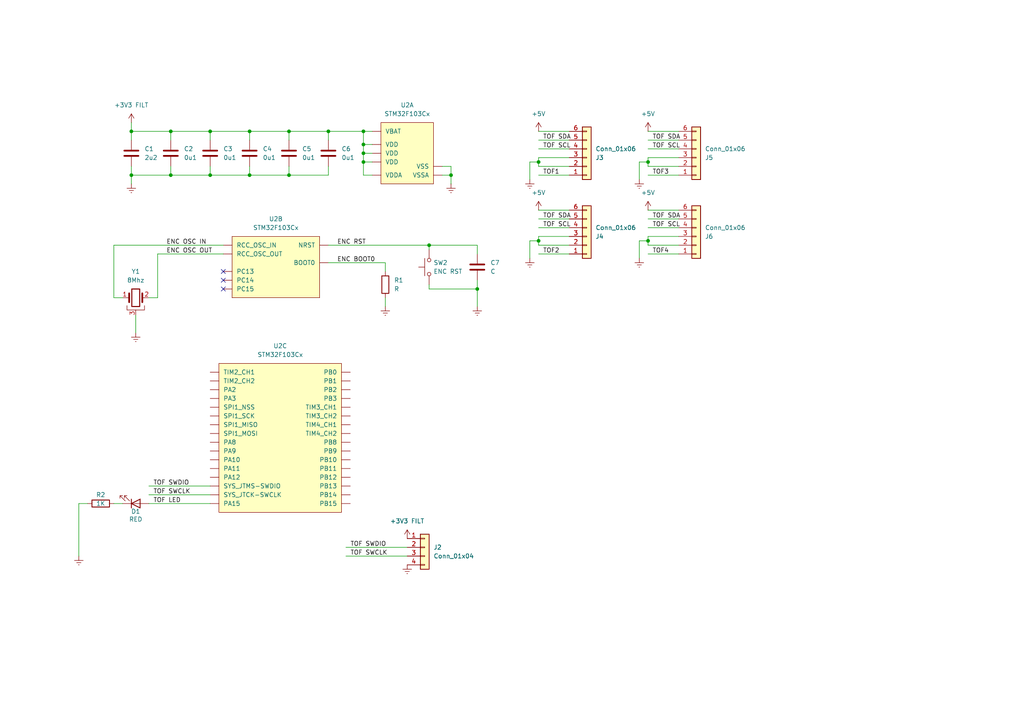
<source format=kicad_sch>
(kicad_sch (version 20231120) (generator "eeschema") (generator_version "8.0")
  (paper "A4")
  (lib_symbols
    (symbol "Connector_Generic:Conn_01x04" (pin_names (offset 1.016) hide)
      (property "Reference" "J" (at 0 5.08 0))
      (property "Value" "Conn_01x04" (at 0 -7.62 0))
      (symbol "Conn_01x04_1_1"
        (rectangle (start -1.27 -4.953) (end 0 -5.207) (stroke (width 0.1524)))
        (rectangle (start -1.27 -2.413) (end 0 -2.667) (stroke (width 0.1524)))
        (rectangle (start -1.27 0.127) (end 0 -0.127) (stroke (width 0.1524)))
        (rectangle (start -1.27 2.667) (end 0 2.413) (stroke (width 0.1524)))
        (rectangle (start -1.27 3.81) (end 1.27 -6.35) (stroke (width 0.254)) (fill (type background)))
        (pin passive line (at -5.08 2.54 0) (length 3.81) (name "Pin_1") (number "1"))
        (pin passive line (at -5.08 0 0) (length 3.81) (name "Pin_2") (number "2"))
        (pin passive line (at -5.08 -2.54 0) (length 3.81) (name "Pin_3") (number "3"))
        (pin passive line (at -5.08 -5.08 0) (length 3.81) (name "Pin_4") (number "4"))
      )
    )
    (symbol "Connector_Generic:Conn_01x06" (pin_names (offset 1.016) hide)
      (property "Reference" "J" (at 0 7.62 0))
      (property "Value" "Conn_01x06" (at 0 -10.16 0))
      (symbol "Conn_01x06_1_1"
        (rectangle (start -1.27 -7.493) (end 0 -7.747) (stroke (width 0.1524)))
        (rectangle (start -1.27 -4.953) (end 0 -5.207) (stroke (width 0.1524)))
        (rectangle (start -1.27 -2.413) (end 0 -2.667) (stroke (width 0.1524)))
        (rectangle (start -1.27 0.127) (end 0 -0.127) (stroke (width 0.1524)))
        (rectangle (start -1.27 2.667) (end 0 2.413) (stroke (width 0.1524)))
        (rectangle (start -1.27 5.207) (end 0 4.953) (stroke (width 0.1524)))
        (rectangle (start -1.27 6.35) (end 1.27 -8.89) (stroke (width 0.254)) (fill (type background)))
        (pin passive line (at -5.08 5.08 0) (length 3.81) (name "Pin_1") (number "1"))
        (pin passive line (at -5.08 2.54 0) (length 3.81) (name "Pin_2") (number "2"))
        (pin passive line (at -5.08 0 0) (length 3.81) (name "Pin_3") (number "3"))
        (pin passive line (at -5.08 -2.54 0) (length 3.81) (name "Pin_4") (number "4"))
        (pin passive line (at -5.08 -5.08 0) (length 3.81) (name "Pin_5") (number "5"))
        (pin passive line (at -5.08 -7.62 0) (length 3.81) (name "Pin_6") (number "6"))
      )
    )
    (symbol "Device:C" (pin_numbers hide) (pin_names (offset 0.254))
      (property "Reference" "C" (at 0.635 2.54 0))
      (property "Value" "C" (at 0.635 -2.54 0))
      (symbol "C_0_1"
        (polyline (pts (xy -2.032 -0.762) (xy 2.032 -0.762)) (stroke (width 0.508)))
        (polyline (pts (xy -2.032 0.762) (xy 2.032 0.762)) (stroke (width 0.508)))
      )
      (symbol "C_1_1"
        (pin passive line (at 0 3.81 270) (length 2.794) (name "~") (number "1"))
        (pin passive line (at 0 -3.81 90) (length 2.794) (name "~") (number "2"))
      )
    )
    (symbol "Device:Crystal_GND3" (pin_names (offset 1.016) hide)
      (property "Reference" "Y" (at 0 5.715 0))
      (property "Value" "Crystal_GND3" (at 0 3.81 0))
      (symbol "Crystal_GND3_0_1"
        (rectangle (start -1.143 2.54) (end 1.143 -2.54) (stroke (width 0.3048)))
        (polyline (pts (xy -2.54 0) (xy -1.905 0)))
        (polyline (pts (xy -1.905 -1.27) (xy -1.905 1.27)) (stroke (width 0.508)))
        (polyline (pts (xy 0 -3.81) (xy 0 -3.556)))
        (polyline (pts (xy 1.905 0) (xy 2.54 0)))
        (polyline (pts (xy 1.905 1.27) (xy 1.905 -1.27)) (stroke (width 0.508)))
        (polyline (pts (xy -2.54 -2.286) (xy -2.54 -3.556) (xy 2.54 -3.556) (xy 2.54 -2.286)))
      )
      (symbol "Crystal_GND3_1_1"
        (pin passive line (at -3.81 0 0) (length 1.27) (name "1") (number "1"))
        (pin passive line (at 3.81 0 180) (length 1.27) (name "2") (number "2"))
        (pin passive line (at 0 -5.08 90) (length 1.27) (name "3") (number "3"))
      )
    )
    (symbol "Device:LED" (pin_numbers hide) (pin_names (offset 1.016) hide)
      (property "Reference" "D" (at 0 2.54 0))
      (property "Value" "LED" (at 0 -2.54 0))
      (symbol "LED_0_1"
        (polyline (pts (xy -1.27 -1.27) (xy -1.27 1.27)) (stroke (width 0.254)))
        (polyline (pts (xy -1.27 0) (xy 1.27 0)))
        (polyline (pts (xy 1.27 -1.27) (xy 1.27 1.27) (xy -1.27 0) (xy 1.27 -1.27)) (stroke (width 0.254)))
        (polyline (pts (xy -3.048 -0.762) (xy -4.572 -2.286) (xy -3.81 -2.286) (xy -4.572 -2.286) (xy -4.572 -1.524)))
        (polyline (pts (xy -1.778 -0.762) (xy -3.302 -2.286) (xy -2.54 -2.286) (xy -3.302 -2.286) (xy -3.302 -1.524)))
      )
      (symbol "LED_1_1"
        (pin passive line (at -3.81 0 0) (length 2.54) (name "K") (number "1"))
        (pin passive line (at 3.81 0 180) (length 2.54) (name "A") (number "2"))
      )
    )
    (symbol "Device:R" (pin_numbers hide) (pin_names (offset 0))
      (property "Reference" "R" (at 2.032 0 90))
      (property "Value" "R" (at 0 0 90))
      (symbol "R_0_1"
        (rectangle (start -1.016 -2.54) (end 1.016 2.54) (stroke (width 0.254)))
      )
      (symbol "R_1_1"
        (pin passive line (at 0 3.81 270) (length 1.27) (name "~") (number "1"))
        (pin passive line (at 0 -3.81 90) (length 1.27) (name "~") (number "2"))
      )
    )
    (symbol "STM32F103Cx_1" (pin_numbers hide) (pin_names (offset 1.27))
      (property "Reference" "U" (at 0 1.778 0))
      (property "Value" "STM32F103Cx" (at 9.144 1.778 0))
      (symbol "STM32F103Cx_1_1_1"
        (rectangle (start -7.62 0) (end 7.62 -17.78) (fill (type background)))
        (pin power_in line (at -10.16 -2.54 0) (length 2.54) (name "VBAT") (number "1"))
        (pin power_in line (at 10.16 -12.7 180) (length 2.54) (name "VSS") (number "23"))
        (pin power_in line (at -10.16 -11.43 0) (length 2.54) (name "VDD") (number "24"))
        (pin passive line (at 10.16 -12.7 180) (length 2.54) hide (name "VSS") (number "35"))
        (pin power_in line (at -10.16 -8.89 0) (length 2.54) (name "VDD") (number "36"))
        (pin passive line (at 10.16 -12.7 180) (length 2.54) hide (name "VSS") (number "47"))
        (pin power_in line (at -10.16 -6.35 0) (length 2.54) (name "VDD") (number "48"))
        (pin power_in line (at 10.16 -15.24 180) (length 2.54) (name "VSSA") (number "8"))
        (pin power_in line (at -10.16 -15.24 0) (length 2.54) (name "VDDA") (number "9"))
      )
      (symbol "STM32F103Cx_1_2_1"
        (rectangle (start -12.7 0) (end 12.7 -17.78) (fill (type background)))
        (pin bidirectional line (at -15.24 -10.16 0) (length 2.54) (name "PC13") (number "2"))
        (pin bidirectional line (at -15.24 -12.7 0) (length 2.54) (name "PC14") (number "3"))
        (pin bidirectional line (at -15.24 -15.24 0) (length 2.54) (name "PC15") (number "4"))
        (pin input line (at 15.24 -7.62 180) (length 2.54) (name "BOOT0") (number "44"))
        (pin bidirectional line (at -15.24 -2.54 0) (length 2.54) (name "PD0") (number "5") (alternate "RCC_OSC_IN" bidirectional line))
        (pin bidirectional line (at -15.24 -5.08 0) (length 2.54) (name "PD1") (number "6") (alternate "RCC_OSC_OUT" bidirectional line))
        (pin input line (at 15.24 -2.54 180) (length 2.54) (name "NRST") (number "7"))
      )
      (symbol "STM32F103Cx_1_3_1"
        (rectangle (start -17.78 0) (end 17.78 -43.18) (fill (type background)))
        (pin bidirectional line (at -20.32 -2.54 0) (length 2.54) (name "PA0") (number "10") (alternate "TIM2_CH1" bidirectional line))
        (pin bidirectional line (at -20.32 -5.08 0) (length 2.54) (name "PA1") (number "11") (alternate "TIM2_CH2" bidirectional line))
        (pin bidirectional line (at -20.32 -7.62 0) (length 2.54) (name "PA2") (number "12"))
        (pin bidirectional line (at -20.32 -10.16 0) (length 2.54) (name "PA3") (number "13"))
        (pin bidirectional line (at -20.32 -12.7 0) (length 2.54) (name "PA4") (number "14") (alternate "SPI1_NSS" bidirectional line))
        (pin bidirectional line (at -20.32 -15.24 0) (length 2.54) (name "PA5") (number "15") (alternate "SPI1_SCK" bidirectional line))
        (pin bidirectional line (at -20.32 -17.78 0) (length 2.54) (name "PA6") (number "16") (alternate "SPI1_MISO" bidirectional line) (alternate "TIM3_CH1" bidirectional line))
        (pin bidirectional line (at -20.32 -20.32 0) (length 2.54) (name "PA7") (number "17") (alternate "SPI1_MOSI" bidirectional line) (alternate "TIM3_CH2" bidirectional line))
        (pin bidirectional line (at 20.32 -2.54 180) (length 2.54) (name "PB0") (number "18"))
        (pin bidirectional line (at 20.32 -5.08 180) (length 2.54) (name "PB1") (number "19"))
        (pin bidirectional line (at 20.32 -7.62 180) (length 2.54) (name "PB2") (number "20"))
        (pin bidirectional line (at 20.32 -27.94 180) (length 2.54) (name "PB10") (number "21"))
        (pin bidirectional line (at 20.32 -30.48 180) (length 2.54) (name "PB11") (number "22"))
        (pin bidirectional line (at 20.32 -33.02 180) (length 2.54) (name "PB12") (number "25"))
        (pin bidirectional line (at 20.32 -35.56 180) (length 2.54) (name "PB13") (number "26"))
        (pin bidirectional line (at 20.32 -38.1 180) (length 2.54) (name "PB14") (number "27"))
        (pin bidirectional line (at 20.32 -40.64 180) (length 2.54) (name "PB15") (number "28"))
        (pin bidirectional line (at -20.32 -22.86 0) (length 2.54) (name "PA8") (number "29") (alternate "" input line) (alternate "" input line))
        (pin bidirectional line (at -20.32 -25.4 0) (length 2.54) (name "PA9") (number "30"))
        (pin bidirectional line (at -20.32 -27.94 0) (length 2.54) (name "PA10") (number "31"))
        (pin bidirectional line (at -20.32 -30.48 0) (length 2.54) (name "PA11") (number "32"))
        (pin bidirectional line (at -20.32 -33.02 0) (length 2.54) (name "PA12") (number "33"))
        (pin bidirectional line (at -20.32 -35.56 0) (length 2.54) (name "PA13") (number "34") (alternate "SYS_JTMS-SWDIO" bidirectional line))
        (pin bidirectional line (at -20.32 -38.1 0) (length 2.54) (name "PA14") (number "37") (alternate "SYS_JTCK-SWCLK" bidirectional line))
        (pin bidirectional line (at -20.32 -40.64 0) (length 2.54) (name "PA15") (number "38") (alternate "SPI1_NSS" bidirectional line) (alternate "TIM2_CH1" bidirectional line))
        (pin bidirectional line (at 20.32 -10.16 180) (length 2.54) (name "PB3") (number "39") (alternate "SPI1_SCK" bidirectional line) (alternate "TIM2_CH2" bidirectional line))
        (pin bidirectional line (at 20.32 -12.7 180) (length 2.54) (name "PB4") (number "40") (alternate "SPI1_MISO" bidirectional line) (alternate "TIM3_CH1" bidirectional line))
        (pin bidirectional line (at 20.32 -15.24 180) (length 2.54) (name "PB5") (number "41") (alternate "SPI1_MOSI" bidirectional line) (alternate "TIM3_CH2" bidirectional line))
        (pin bidirectional line (at 20.32 -17.78 180) (length 2.54) (name "PB6") (number "42") (alternate "" input line) (alternate "TIM4_CH1" bidirectional line))
        (pin bidirectional line (at 20.32 -20.32 180) (length 2.54) (name "PB7") (number "43") (alternate "" input line) (alternate "TIM4_CH2" bidirectional line))
        (pin bidirectional line (at 20.32 -22.86 180) (length 2.54) (name "PB8") (number "45"))
        (pin bidirectional line (at 20.32 -25.4 180) (length 2.54) (name "PB9") (number "46"))
      )
    )
    (symbol "STM32F103Cx_2" (pin_numbers hide) (pin_names (offset 1.27))
      (property "Reference" "U" (at 0 1.778 0))
      (property "Value" "STM32F103Cx" (at 9.144 1.778 0))
      (symbol "STM32F103Cx_2_1_1"
        (rectangle (start -7.62 0) (end 7.62 -17.78) (fill (type background)))
        (pin power_in line (at -10.16 -2.54 0) (length 2.54) (name "VBAT") (number "1"))
        (pin power_in line (at 10.16 -12.7 180) (length 2.54) (name "VSS") (number "23"))
        (pin power_in line (at -10.16 -11.43 0) (length 2.54) (name "VDD") (number "24"))
        (pin passive line (at 10.16 -12.7 180) (length 2.54) hide (name "VSS") (number "35"))
        (pin power_in line (at -10.16 -8.89 0) (length 2.54) (name "VDD") (number "36"))
        (pin passive line (at 10.16 -12.7 180) (length 2.54) hide (name "VSS") (number "47"))
        (pin power_in line (at -10.16 -6.35 0) (length 2.54) (name "VDD") (number "48"))
        (pin passive line (at 10.16 -12.7 180) (length 2.54) hide (name "EP") (number "49"))
        (pin power_in line (at 10.16 -15.24 180) (length 2.54) (name "VSSA") (number "8"))
        (pin power_in line (at -10.16 -15.24 0) (length 2.54) (name "VDDA") (number "9"))
      )
      (symbol "STM32F103Cx_2_2_1"
        (rectangle (start -12.7 0) (end 12.7 -17.78) (fill (type background)))
        (pin bidirectional line (at -15.24 -10.16 0) (length 2.54) (name "PC13") (number "2"))
        (pin bidirectional line (at -15.24 -12.7 0) (length 2.54) (name "PC14") (number "3"))
        (pin bidirectional line (at -15.24 -15.24 0) (length 2.54) (name "PC15") (number "4"))
        (pin input line (at 15.24 -7.62 180) (length 2.54) (name "BOOT0") (number "44"))
        (pin bidirectional line (at -15.24 -2.54 0) (length 2.54) (name "PD0") (number "5") (alternate "RCC_OSC_IN" bidirectional line))
        (pin bidirectional line (at -15.24 -5.08 0) (length 2.54) (name "PD1") (number "6") (alternate "RCC_OSC_OUT" bidirectional line))
        (pin input line (at 15.24 -2.54 180) (length 2.54) (name "NRST") (number "7"))
      )
      (symbol "STM32F103Cx_2_3_1"
        (rectangle (start -17.78 0) (end 17.78 -43.18) (fill (type background)))
        (pin bidirectional line (at -20.32 -2.54 0) (length 2.54) (name "PA0") (number "10") (alternate "TIM2_CH1" bidirectional line))
        (pin bidirectional line (at -20.32 -5.08 0) (length 2.54) (name "PA1") (number "11") (alternate "TIM2_CH2" bidirectional line))
        (pin bidirectional line (at -20.32 -7.62 0) (length 2.54) (name "PA2") (number "12"))
        (pin bidirectional line (at -20.32 -10.16 0) (length 2.54) (name "PA3") (number "13"))
        (pin bidirectional line (at -20.32 -12.7 0) (length 2.54) (name "PA4") (number "14") (alternate "SPI1_NSS" bidirectional line))
        (pin bidirectional line (at -20.32 -15.24 0) (length 2.54) (name "PA5") (number "15") (alternate "SPI1_SCK" bidirectional line))
        (pin bidirectional line (at -20.32 -17.78 0) (length 2.54) (name "PA6") (number "16") (alternate "SPI1_MISO" bidirectional line) (alternate "TIM3_CH1" bidirectional line))
        (pin bidirectional line (at -20.32 -20.32 0) (length 2.54) (name "PA7") (number "17") (alternate "SPI1_MOSI" bidirectional line) (alternate "TIM3_CH2" bidirectional line))
        (pin bidirectional line (at 20.32 -2.54 180) (length 2.54) (name "PB0") (number "18"))
        (pin bidirectional line (at 20.32 -5.08 180) (length 2.54) (name "PB1") (number "19"))
        (pin bidirectional line (at 20.32 -7.62 180) (length 2.54) (name "PB2") (number "20"))
        (pin bidirectional line (at 20.32 -27.94 180) (length 2.54) (name "PB10") (number "21"))
        (pin bidirectional line (at 20.32 -30.48 180) (length 2.54) (name "PB11") (number "22"))
        (pin bidirectional line (at 20.32 -33.02 180) (length 2.54) (name "PB12") (number "25"))
        (pin bidirectional line (at 20.32 -35.56 180) (length 2.54) (name "PB13") (number "26"))
        (pin bidirectional line (at 20.32 -38.1 180) (length 2.54) (name "PB14") (number "27"))
        (pin bidirectional line (at 20.32 -40.64 180) (length 2.54) (name "PB15") (number "28"))
        (pin bidirectional line (at -20.32 -22.86 0) (length 2.54) (name "PA8") (number "29"))
        (pin bidirectional line (at -20.32 -25.4 0) (length 2.54) (name "PA9") (number "30"))
        (pin bidirectional line (at -20.32 -27.94 0) (length 2.54) (name "PA10") (number "31"))
        (pin bidirectional line (at -20.32 -30.48 0) (length 2.54) (name "PA11") (number "32"))
        (pin bidirectional line (at -20.32 -33.02 0) (length 2.54) (name "PA12") (number "33"))
        (pin bidirectional line (at -20.32 -35.56 0) (length 2.54) (name "PA13") (number "34") (alternate "SYS_JTMS-SWDIO" bidirectional line))
        (pin bidirectional line (at -20.32 -38.1 0) (length 2.54) (name "PA14") (number "37") (alternate "SYS_JTCK-SWCLK" bidirectional line))
        (pin bidirectional line (at -20.32 -40.64 0) (length 2.54) (name "PA15") (number "38") (alternate "SPI1_NSS" bidirectional line) (alternate "TIM2_CH1" bidirectional line))
        (pin bidirectional line (at 20.32 -10.16 180) (length 2.54) (name "PB3") (number "39") (alternate "SPI1_SCK" bidirectional line) (alternate "TIM2_CH2" bidirectional line))
        (pin bidirectional line (at 20.32 -12.7 180) (length 2.54) (name "PB4") (number "40") (alternate "SPI1_MISO" bidirectional line) (alternate "TIM3_CH1" bidirectional line))
        (pin bidirectional line (at 20.32 -15.24 180) (length 2.54) (name "PB5") (number "41") (alternate "SPI1_MOSI" bidirectional line) (alternate "TIM3_CH2" bidirectional line))
        (pin bidirectional line (at 20.32 -17.78 180) (length 2.54) (name "PB6") (number "42") (alternate "TIM4_CH1" bidirectional line))
        (pin bidirectional line (at 20.32 -20.32 180) (length 2.54) (name "PB7") (number "43") (alternate "TIM4_CH2" bidirectional line))
        (pin bidirectional line (at 20.32 -22.86 180) (length 2.54) (name "PB8") (number "45"))
        (pin bidirectional line (at 20.32 -25.4 180) (length 2.54) (name "PB9") (number "46"))
      )
    )
    (symbol "Switch:SW_Push" (pin_numbers hide) (pin_names (offset 1.016) hide)
      (property "Reference" "SW" (at 1.27 2.54 0))
      (property "Value" "SW_Push" (at 0 -1.524 0))
      (symbol "SW_Push_0_1"
        (circle (center -2.032 0) (radius 0.508))
        (polyline (pts (xy 0 1.27) (xy 0 3.048)))
        (polyline (pts (xy 2.54 1.27) (xy -2.54 1.27)))
        (circle (center 2.032 0) (radius 0.508))
        (pin passive line (at -5.08 0 0) (length 2.54) (name "1") (number "1"))
        (pin passive line (at 5.08 0 180) (length 2.54) (name "2") (number "2"))
      )
    )
    (symbol "power:+3V3" (power) (pin_numbers hide) (pin_names (offset 0) hide)
      (property "Value" "+3V3" (at 0 3.556 0))
      (symbol "+3V3_0_1"
        (polyline (pts (xy -0.762 1.27) (xy 0 2.54)))
        (polyline (pts (xy 0 0) (xy 0 2.54)))
        (polyline (pts (xy 0 2.54) (xy 0.762 1.27)))
      )
      (symbol "+3V3_1_1"
        (pin power_in line (at 0 0 90) (length 0) (name "~") (number "1"))
      )
    )
    (symbol "power:+5V" (power) (pin_numbers hide) (pin_names (offset 0) hide)
      (property "Value" "+5V" (at 0 3.556 0))
      (symbol "+5V_0_1"
        (polyline (pts (xy -0.762 1.27) (xy 0 2.54)))
        (polyline (pts (xy 0 0) (xy 0 2.54)))
        (polyline (pts (xy 0 2.54) (xy 0.762 1.27)))
      )
      (symbol "+5V_1_1"
        (pin power_in line (at 0 0 90) (length 0) (name "~") (number "1"))
      )
    )
    (symbol "power:GNDREF" (power) (pin_numbers hide) (pin_names (offset 0) hide)
      (property "Value" "GNDREF" (at 0 -3.81 0))
      (symbol "GNDREF_0_1"
        (polyline (pts (xy -0.635 -1.905) (xy 0.635 -1.905)))
        (polyline (pts (xy -0.127 -2.54) (xy 0.127 -2.54)))
        (polyline (pts (xy 0 -1.27) (xy 0 0)))
        (polyline (pts (xy 1.27 -1.27) (xy -1.27 -1.27)))
      )
      (symbol "GNDREF_1_1"
        (pin power_in line (at 0 0 270) (length 0) (name "~") (number "1"))
      )
    )
    (symbol "vincent:STM32F103Cx" (pin_numbers hide) (pin_names (offset 1.27))
      (property "Reference" "U" (at 0 1.778 0))
      (property "Value" "STM32F103Cx" (at 9.144 1.778 0))
      (symbol "STM32F103Cx_1_1"
        (rectangle (start -7.62 0) (end 7.62 -17.78) (fill (type background)))
        (pin power_in line (at -10.16 -2.54 0) (length 2.54) (name "VBAT") (number "1"))
        (pin power_in line (at 10.16 -12.7 180) (length 2.54) (name "VSS") (number "23"))
        (pin power_in line (at -10.16 -11.43 0) (length 2.54) (name "VDD") (number "24"))
        (pin passive line (at 10.16 -12.7 180) (length 2.54) hide (name "VSS") (number "35"))
        (pin power_in line (at -10.16 -8.89 0) (length 2.54) (name "VDD") (number "36"))
        (pin passive line (at 10.16 -12.7 180) (length 2.54) hide (name "VSS") (number "47"))
        (pin power_in line (at -10.16 -6.35 0) (length 2.54) (name "VDD") (number "48"))
        (pin power_in line (at 10.16 -15.24 180) (length 2.54) (name "VSSA") (number "8"))
        (pin power_in line (at -10.16 -15.24 0) (length 2.54) (name "VDDA") (number "9"))
      )
      (symbol "STM32F103Cx_2_1"
        (rectangle (start -12.7 0) (end 12.7 -17.78) (fill (type background)))
        (pin bidirectional line (at -15.24 -10.16 0) (length 2.54) (name "PC13") (number "2"))
        (pin bidirectional line (at -15.24 -12.7 0) (length 2.54) (name "PC14") (number "3"))
        (pin bidirectional line (at -15.24 -15.24 0) (length 2.54) (name "PC15") (number "4"))
        (pin input line (at 15.24 -7.62 180) (length 2.54) (name "BOOT0") (number "44"))
        (pin bidirectional line (at -15.24 -2.54 0) (length 2.54) (name "PD0") (number "5") (alternate "RCC_OSC_IN" bidirectional line))
        (pin bidirectional line (at -15.24 -5.08 0) (length 2.54) (name "PD1") (number "6") (alternate "RCC_OSC_OUT" bidirectional line))
        (pin input line (at 15.24 -2.54 180) (length 2.54) (name "NRST") (number "7"))
      )
      (symbol "STM32F103Cx_3_1"
        (rectangle (start -17.78 0) (end 17.78 -43.18) (fill (type background)))
        (pin bidirectional line (at -20.32 -2.54 0) (length 2.54) (name "PA0") (number "10") (alternate "TIM2_CH1" bidirectional line))
        (pin bidirectional line (at -20.32 -5.08 0) (length 2.54) (name "PA1") (number "11") (alternate "TIM2_CH2" bidirectional line))
        (pin bidirectional line (at -20.32 -7.62 0) (length 2.54) (name "PA2") (number "12"))
        (pin bidirectional line (at -20.32 -10.16 0) (length 2.54) (name "PA3") (number "13"))
        (pin bidirectional line (at -20.32 -12.7 0) (length 2.54) (name "PA4") (number "14") (alternate "SPI1_NSS" bidirectional line))
        (pin bidirectional line (at -20.32 -15.24 0) (length 2.54) (name "PA5") (number "15") (alternate "SPI1_SCK" bidirectional line))
        (pin bidirectional line (at -20.32 -17.78 0) (length 2.54) (name "PA6") (number "16") (alternate "SPI1_MISO" bidirectional line) (alternate "TIM3_CH1" bidirectional line))
        (pin bidirectional line (at -20.32 -20.32 0) (length 2.54) (name "PA7") (number "17") (alternate "SPI1_MOSI" bidirectional line) (alternate "TIM3_CH2" bidirectional line))
        (pin bidirectional line (at 20.32 -2.54 180) (length 2.54) (name "PB0") (number "18"))
        (pin bidirectional line (at 20.32 -5.08 180) (length 2.54) (name "PB1") (number "19"))
        (pin bidirectional line (at 20.32 -7.62 180) (length 2.54) (name "PB2") (number "20"))
        (pin bidirectional line (at 20.32 -27.94 180) (length 2.54) (name "PB10") (number "21"))
        (pin bidirectional line (at 20.32 -30.48 180) (length 2.54) (name "PB11") (number "22"))
        (pin bidirectional line (at 20.32 -33.02 180) (length 2.54) (name "PB12") (number "25"))
        (pin bidirectional line (at 20.32 -35.56 180) (length 2.54) (name "PB13") (number "26"))
        (pin bidirectional line (at 20.32 -38.1 180) (length 2.54) (name "PB14") (number "27"))
        (pin bidirectional line (at 20.32 -40.64 180) (length 2.54) (name "PB15") (number "28"))
        (pin bidirectional line (at -20.32 -22.86 0) (length 2.54) (name "PA8") (number "29"))
        (pin bidirectional line (at -20.32 -25.4 0) (length 2.54) (name "PA9") (number "30"))
        (pin bidirectional line (at -20.32 -27.94 0) (length 2.54) (name "PA10") (number "31"))
        (pin bidirectional line (at -20.32 -30.48 0) (length 2.54) (name "PA11") (number "32"))
        (pin bidirectional line (at -20.32 -33.02 0) (length 2.54) (name "PA12") (number "33"))
        (pin bidirectional line (at -20.32 -35.56 0) (length 2.54) (name "PA13") (number "34") (alternate "SYS_JTMS-SWDIO" bidirectional line))
        (pin bidirectional line (at -20.32 -38.1 0) (length 2.54) (name "PA14") (number "37") (alternate "SYS_JTCK-SWCLK" bidirectional line))
        (pin bidirectional line (at -20.32 -40.64 0) (length 2.54) (name "PA15") (number "38") (alternate "SPI1_NSS" bidirectional line) (alternate "TIM2_CH1" bidirectional line))
        (pin bidirectional line (at 20.32 -10.16 180) (length 2.54) (name "PB3") (number "39") (alternate "SPI1_SCK" bidirectional line) (alternate "TIM2_CH2" bidirectional line))
        (pin bidirectional line (at 20.32 -12.7 180) (length 2.54) (name "PB4") (number "40") (alternate "SPI1_MISO" bidirectional line) (alternate "TIM3_CH1" bidirectional line))
        (pin bidirectional line (at 20.32 -15.24 180) (length 2.54) (name "PB5") (number "41") (alternate "SPI1_MOSI" bidirectional line) (alternate "TIM3_CH2" bidirectional line))
        (pin bidirectional line (at 20.32 -17.78 180) (length 2.54) (name "PB6") (number "42") (alternate "TIM4_CH1" bidirectional line))
        (pin bidirectional line (at 20.32 -20.32 180) (length 2.54) (name "PB7") (number "43") (alternate "TIM4_CH2" bidirectional line))
        (pin bidirectional line (at 20.32 -22.86 180) (length 2.54) (name "PB8") (number "45"))
        (pin bidirectional line (at 20.32 -25.4 180) (length 2.54) (name "PB9") (number "46"))
      )
    )
  )
  (junction (at 60.96 38.1))
  (junction (at 38.1 50.8))
  (junction (at 38.1 38.1))
  (junction (at 49.53 50.8))
  (junction (at 83.82 50.8))
  (junction (at 105.41 41.91))
  (junction (at 105.41 46.99))
  (junction (at 156.21 69.85))
  (junction (at 105.41 44.45))
  (junction (at 187.96 69.85))
  (junction (at 72.39 38.1))
  (junction (at 72.39 50.8))
  (junction (at 105.41 38.1))
  (junction (at 49.53 38.1))
  (junction (at 138.43 83.82))
  (junction (at 83.82 38.1))
  (junction (at 187.96 46.99))
  (junction (at 95.25 38.1))
  (junction (at 60.96 50.8))
  (junction (at 156.21 46.99))
  (junction (at 130.81 50.8))
  (junction (at 124.46 71.12))
  (no_connect (at 64.77 83.82))
  (no_connect (at 64.77 78.74))
  (no_connect (at 64.77 81.28))
  (wire (pts (xy 105.41 41.91) (xy 105.41 44.45)))
  (wire (pts (xy 38.1 35.56) (xy 38.1 38.1)))
  (wire (pts (xy 35.56 146.05) (xy 33.02 146.05)))
  (wire (pts (xy 95.25 38.1) (xy 105.41 38.1)))
  (wire (pts (xy 187.96 38.1) (xy 196.85 38.1)))
  (wire (pts (xy 124.46 71.12) (xy 138.43 71.12)))
  (wire (pts (xy 165.1 68.58) (xy 156.21 68.58)))
  (wire (pts (xy 138.43 71.12) (xy 138.43 73.66)))
  (wire (pts (xy 38.1 50.8) (xy 49.53 50.8)))
  (wire (pts (xy 72.39 48.26) (xy 72.39 50.8)))
  (wire (pts (xy 156.21 66.04) (xy 165.1 66.04)))
  (wire (pts (xy 95.25 38.1) (xy 95.25 40.64)))
  (wire (pts (xy 72.39 50.8) (xy 83.82 50.8)))
  (wire (pts (xy 64.77 73.66) (xy 45.72 73.66)))
  (wire (pts (xy 60.96 48.26) (xy 60.96 50.8)))
  (wire (pts (xy 124.46 71.12) (xy 124.46 72.39)))
  (wire (pts (xy 156.21 43.18) (xy 165.1 43.18)))
  (wire (pts (xy 196.85 45.72) (xy 187.96 45.72)))
  (wire (pts (xy 95.25 76.2) (xy 111.76 76.2)))
  (wire (pts (xy 49.53 48.26) (xy 49.53 50.8)))
  (wire (pts (xy 156.21 48.26) (xy 165.1 48.26)))
  (wire (pts (xy 38.1 50.8) (xy 38.1 53.34)))
  (wire (pts (xy 43.18 86.36) (xy 45.72 86.36)))
  (wire (pts (xy 33.02 71.12) (xy 64.77 71.12)))
  (wire (pts (xy 130.81 50.8) (xy 130.81 53.34)))
  (wire (pts (xy 156.21 38.1) (xy 165.1 38.1)))
  (wire (pts (xy 128.27 48.26) (xy 130.81 48.26)))
  (wire (pts (xy 83.82 48.26) (xy 83.82 50.8)))
  (wire (pts (xy 43.18 140.97) (xy 60.96 140.97)))
  (wire (pts (xy 187.96 45.72) (xy 187.96 46.99)))
  (wire (pts (xy 33.02 71.12) (xy 33.02 86.36)))
  (wire (pts (xy 95.25 71.12) (xy 124.46 71.12)))
  (wire (pts (xy 105.41 41.91) (xy 107.95 41.91)))
  (wire (pts (xy 185.42 69.85) (xy 185.42 74.93)))
  (wire (pts (xy 38.1 48.26) (xy 38.1 50.8)))
  (wire (pts (xy 45.72 73.66) (xy 45.72 86.36)))
  (wire (pts (xy 156.21 63.5) (xy 165.1 63.5)))
  (wire (pts (xy 196.85 68.58) (xy 187.96 68.58)))
  (wire (pts (xy 60.96 38.1) (xy 72.39 38.1)))
  (wire (pts (xy 38.1 38.1) (xy 38.1 40.64)))
  (wire (pts (xy 60.96 38.1) (xy 60.96 40.64)))
  (wire (pts (xy 105.41 44.45) (xy 105.41 46.99)))
  (wire (pts (xy 72.39 38.1) (xy 72.39 40.64)))
  (wire (pts (xy 83.82 38.1) (xy 83.82 40.64)))
  (wire (pts (xy 187.96 66.04) (xy 196.85 66.04)))
  (wire (pts (xy 38.1 38.1) (xy 49.53 38.1)))
  (wire (pts (xy 156.21 69.85) (xy 153.67 69.85)))
  (wire (pts (xy 25.4 146.05) (xy 22.86 146.05)))
  (wire (pts (xy 138.43 81.28) (xy 138.43 83.82)))
  (wire (pts (xy 107.95 38.1) (xy 105.41 38.1)))
  (wire (pts (xy 49.53 38.1) (xy 49.53 40.64)))
  (wire (pts (xy 156.21 40.64) (xy 165.1 40.64)))
  (wire (pts (xy 187.96 46.99) (xy 187.96 48.26)))
  (wire (pts (xy 187.96 40.64) (xy 196.85 40.64)))
  (wire (pts (xy 72.39 38.1) (xy 83.82 38.1)))
  (wire (pts (xy 156.21 68.58) (xy 156.21 69.85)))
  (wire (pts (xy 111.76 86.36) (xy 111.76 88.9)))
  (wire (pts (xy 187.96 43.18) (xy 196.85 43.18)))
  (wire (pts (xy 156.21 71.12) (xy 165.1 71.12)))
  (wire (pts (xy 49.53 38.1) (xy 60.96 38.1)))
  (wire (pts (xy 156.21 46.99) (xy 153.67 46.99)))
  (wire (pts (xy 187.96 71.12) (xy 196.85 71.12)))
  (wire (pts (xy 156.21 60.96) (xy 165.1 60.96)))
  (wire (pts (xy 156.21 45.72) (xy 156.21 46.99)))
  (wire (pts (xy 185.42 46.99) (xy 185.42 52.07)))
  (wire (pts (xy 187.96 69.85) (xy 185.42 69.85)))
  (wire (pts (xy 100.33 158.75) (xy 118.11 158.75)))
  (wire (pts (xy 187.96 50.8) (xy 196.85 50.8)))
  (wire (pts (xy 22.86 146.05) (xy 22.86 161.29)))
  (wire (pts (xy 187.96 60.96) (xy 196.85 60.96)))
  (wire (pts (xy 153.67 69.85) (xy 153.67 74.93)))
  (wire (pts (xy 100.33 161.29) (xy 118.11 161.29)))
  (wire (pts (xy 187.96 73.66) (xy 196.85 73.66)))
  (wire (pts (xy 187.96 69.85) (xy 187.96 71.12)))
  (wire (pts (xy 105.41 50.8) (xy 107.95 50.8)))
  (wire (pts (xy 105.41 46.99) (xy 105.41 50.8)))
  (wire (pts (xy 83.82 50.8) (xy 95.25 50.8)))
  (wire (pts (xy 105.41 38.1) (xy 105.41 41.91)))
  (wire (pts (xy 124.46 82.55) (xy 124.46 83.82)))
  (wire (pts (xy 187.96 68.58) (xy 187.96 69.85)))
  (wire (pts (xy 39.37 91.44) (xy 39.37 96.52)))
  (wire (pts (xy 105.41 46.99) (xy 107.95 46.99)))
  (wire (pts (xy 156.21 46.99) (xy 156.21 48.26)))
  (wire (pts (xy 43.18 146.05) (xy 60.96 146.05)))
  (wire (pts (xy 43.18 143.51) (xy 60.96 143.51)))
  (wire (pts (xy 128.27 50.8) (xy 130.81 50.8)))
  (wire (pts (xy 156.21 50.8) (xy 165.1 50.8)))
  (wire (pts (xy 187.96 48.26) (xy 196.85 48.26)))
  (wire (pts (xy 105.41 44.45) (xy 107.95 44.45)))
  (wire (pts (xy 187.96 63.5) (xy 196.85 63.5)))
  (wire (pts (xy 124.46 83.82) (xy 138.43 83.82)))
  (wire (pts (xy 83.82 38.1) (xy 95.25 38.1)))
  (wire (pts (xy 49.53 50.8) (xy 60.96 50.8)))
  (wire (pts (xy 60.96 50.8) (xy 72.39 50.8)))
  (wire (pts (xy 165.1 45.72) (xy 156.21 45.72)))
  (wire (pts (xy 156.21 73.66) (xy 165.1 73.66)))
  (wire (pts (xy 95.25 48.26) (xy 95.25 50.8)))
  (wire (pts (xy 130.81 48.26) (xy 130.81 50.8)))
  (wire (pts (xy 156.21 69.85) (xy 156.21 71.12)))
  (wire (pts (xy 138.43 83.82) (xy 138.43 88.9)))
  (wire (pts (xy 35.56 86.36) (xy 33.02 86.36)))
  (wire (pts (xy 153.67 46.99) (xy 153.67 52.07)))
  (wire (pts (xy 111.76 76.2) (xy 111.76 78.74)))
  (wire (pts (xy 187.96 46.99) (xy 185.42 46.99)))
  (label "TOF SWDIO" (at 44.45 140.97 0))
  (label "TOF SDA" (at 189.23 40.64 0))
  (label "TOF LED" (at 44.45 146.05 0))
  (label "TOF SDA" (at 157.48 40.64 0))
  (label "TOF2" (at 157.48 73.66 0))
  (label "TOF SCL" (at 157.48 43.18 0))
  (label "TOF SCL" (at 189.23 43.18 0))
  (label "TOF SWDIO" (at 101.6 158.75 0))
  (label "TOF1" (at 157.48 50.8 0))
  (label "TOF SWCLK" (at 44.45 143.51 0))
  (label "ENC BOOT0" (at 97.79 76.2 0))
  (label "TOF SCL" (at 157.48 66.04 0))
  (label "ENC OSC IN" (at 48.26 71.12 0))
  (label "TOF4" (at 189.23 73.66 0))
  (label "TOF SCL" (at 189.23 66.04 0))
  (label "ENC RST" (at 97.79 71.12 0))
  (label "TOF SWCLK" (at 101.6 161.29 0))
  (label "TOF SDA" (at 189.23 63.5 0))
  (label "ENC OSC OUT" (at 48.26 73.66 0))
  (label "TOF SDA" (at 157.48 63.5 0))
  (label "TOF3" (at 189.23 50.8 0))
  (symbol (lib_id "power:GNDREF") (at 130.81 53.34 0) (unit 1)
    (property "Reference" "#PWR06" (effects (hide yes)))
    (property "Value" "GNDREF" (effects (hide yes)))
    (property "Description" "Power symbol creates a global label with name \"GNDREF\" , reference supply ground" (effects (hide yes)))
  )
  (symbol (lib_id "power:GNDREF") (at 138.43 88.9 0) (unit 1)
    (property "Reference" "#PWR012" (effects (hide yes)))
    (property "Value" "GNDREF" (effects (hide yes)))
    (property "Description" "Power symbol creates a global label with name \"GNDREF\" , reference supply ground" (effects (hide yes)))
  )
  (symbol (lib_name "STM32F103Cx_1") (lib_id "vincent:STM32F103Cx") (at 81.28 105.41 0) (unit 3)
    (property "Reference" "U2" (at 81.28 100.33 0))
    (property "Value" "STM32F103Cx" (at 81.28 102.87 0))
    (property "Footprint" "Package_DFN_QFN:QFN-48-1EP_7x7mm_P0.5mm_EP5.6x5.6mm" (effects (hide yes)))
    (pin "16" (alternate "SPI1_MISO"))
    (pin "15" (alternate "SPI1_SCK"))
    (pin "17" (alternate "SPI1_MOSI"))
    (pin "34" (alternate "SYS_JTMS-SWDIO"))
    (pin "37" (alternate "SYS_JTCK-SWCLK"))
    (pin "10" (alternate "TIM2_CH1"))
    (pin "11" (alternate "TIM2_CH2"))
    (pin "42" (alternate "TIM4_CH1"))
    (pin "43" (alternate "TIM4_CH2"))
    (pin "29" (alternate "PA8"))
    (pin "40" (alternate "TIM3_CH1"))
    (pin "41" (alternate "TIM3_CH2"))
    (pin "14" (alternate "SPI1_NSS"))
  )
  (symbol (lib_id "Device:C") (at 60.96 44.45 0) (unit 1)
    (property "Reference" "C3" (at 64.77 43.1799 0) (effects (justify left)))
    (property "Value" "0u1" (at 64.77 45.7199 0) (effects (justify left)))
    (property "Footprint" "Library:cap0603" (effects (hide yes)))
    (property "Description" "Unpolarized capacitor" (effects (hide yes)))
  )
  (symbol (lib_id "power:GNDREF") (at 185.42 52.07 0) (unit 1)
    (property "Reference" "#PWR022" (effects (hide yes)))
    (property "Value" "GNDREF" (effects (hide yes)))
    (property "Description" "Power symbol creates a global label with name \"GNDREF\" , reference supply ground" (effects (hide yes)))
  )
  (symbol (lib_id "power:+3V3") (at 38.1 35.56 0) (unit 1)
    (property "Reference" "#PWR04" (effects (hide yes)))
    (property "Value" "+3V3 FILT" (at 38.1 30.48 0))
    (property "Description" "Power symbol creates a global label with name \"+3V3\"" (effects (hide yes)))
  )
  (symbol (lib_name "STM32F103Cx_2") (lib_id "vincent:STM32F103Cx") (at 118.11 35.56 0) (unit 1)
    (property "Reference" "U2" (at 118.11 30.48 0))
    (property "Value" "STM32F103Cx" (at 118.11 33.02 0))
    (property "Footprint" "Package_DFN_QFN:QFN-48-1EP_7x7mm_P0.5mm_EP5.6x5.6mm" (effects (hide yes)))
  )
  (symbol (lib_id "power:GNDREF") (at 153.67 52.07 0) (unit 1)
    (property "Reference" "#PWR018" (effects (hide yes)))
    (property "Value" "GNDREF" (effects (hide yes)))
    (property "Description" "Power symbol creates a global label with name \"GNDREF\" , reference supply ground" (effects (hide yes)))
  )
  (symbol (lib_id "power:+5V") (at 187.96 38.1 0) (unit 1)
    (property "Reference" "#PWR021" (effects (hide yes)))
    (property "Value" "+5V" (at 187.96 33.02 0))
    (property "Description" "Power symbol creates a global label with name \"+5V\"" (effects (hide yes)))
  )
  (symbol (lib_id "Device:C") (at 72.39 44.45 0) (unit 1)
    (property "Reference" "C4" (at 76.2 43.1799 0) (effects (justify left)))
    (property "Value" "0u1" (at 76.2 45.7199 0) (effects (justify left)))
    (property "Footprint" "Library:cap0603" (effects (hide yes)))
    (property "Description" "Unpolarized capacitor" (effects (hide yes)))
  )
  (symbol (lib_id "Connector_Generic:Conn_01x06") (at 201.93 45.72 0) (mirror x) (unit 1)
    (property "Reference" "J5" (at 204.47 45.7201 0) (effects (justify left)))
    (property "Value" "Conn_01x06" (at 204.47 43.1801 0) (effects (justify left)))
    (property "Description" "Generic connector, single row, 01x06, script generated (kicad-library-utils/schlib/autogen/connector/)" (effects (hide yes)))
  )
  (symbol (lib_id "power:+5V") (at 156.21 60.96 0) (unit 1)
    (property "Reference" "#PWR019" (effects (hide yes)))
    (property "Value" "+5V" (at 156.21 55.88 0))
    (property "Description" "Power symbol creates a global label with name \"+5V\"" (effects (hide yes)))
  )
  (symbol (lib_id "power:GNDREF") (at 153.67 74.93 0) (unit 1)
    (property "Reference" "#PWR020" (effects (hide yes)))
    (property "Value" "GNDREF" (effects (hide yes)))
    (property "Description" "Power symbol creates a global label with name \"GNDREF\" , reference supply ground" (effects (hide yes)))
  )
  (symbol (lib_id "Device:R") (at 111.76 82.55 180) (unit 1)
    (property "Reference" "R1" (at 114.3 81.2799 0) (effects (justify right)))
    (property "Value" "R" (at 114.3 83.8199 0) (effects (justify right)))
    (property "Footprint" "Library:res0603" (effects (hide yes)))
    (property "Description" "Resistor" (effects (hide yes)))
  )
  (symbol (lib_id "Device:C") (at 138.43 77.47 0) (unit 1)
    (property "Reference" "C7" (at 142.24 76.1999 0) (effects (justify left)))
    (property "Value" "C" (at 142.24 78.7399 0) (effects (justify left)))
    (property "Footprint" "Library:cap0603" (effects (hide yes)))
    (property "Description" "Unpolarized capacitor" (effects (hide yes)))
  )
  (symbol (lib_id "Connector_Generic:Conn_01x06") (at 201.93 68.58 0) (mirror x) (unit 1)
    (property "Reference" "J6" (at 204.47 68.5801 0) (effects (justify left)))
    (property "Value" "Conn_01x06" (at 204.47 66.0401 0) (effects (justify left)))
    (property "Description" "Generic connector, single row, 01x06, script generated (kicad-library-utils/schlib/autogen/connector/)" (effects (hide yes)))
  )
  (symbol (lib_id "Device:Crystal_GND3") (at 39.37 86.36 0) (unit 1)
    (property "Reference" "Y1" (at 39.37 78.74 0))
    (property "Value" "8Mhz" (at 39.37 81.28 0))
    (property "Footprint" "Crystal:Resonator_SMD_Murata_CSTxExxV-3Pin_3.0x1.1mm" (effects (hide yes)))
    (property "Description" "Three pin crystal, GND on pin 3" (effects (hide yes)))
  )
  (symbol (lib_id "Device:C") (at 95.25 44.45 0) (unit 1)
    (property "Reference" "C6" (at 99.06 43.1799 0) (effects (justify left)))
    (property "Value" "0u1" (at 99.06 45.7199 0) (effects (justify left)))
    (property "Footprint" "Library:cap0603" (effects (hide yes)))
    (property "Description" "Unpolarized capacitor" (effects (hide yes)))
  )
  (symbol (lib_id "power:+5V") (at 156.21 38.1 0) (unit 1)
    (property "Reference" "#PWR017" (effects (hide yes)))
    (property "Value" "+5V" (at 156.21 33.02 0))
    (property "Description" "Power symbol creates a global label with name \"+5V\"" (effects (hide yes)))
  )
  (symbol (lib_id "power:GNDREF") (at 111.76 88.9 0) (unit 1)
    (property "Reference" "#PWR011" (effects (hide yes)))
    (property "Value" "GNDREF" (effects (hide yes)))
    (property "Description" "Power symbol creates a global label with name \"GNDREF\" , reference supply ground" (effects (hide yes)))
  )
  (symbol (lib_id "Connector_Generic:Conn_01x04") (at 123.19 158.75 0) (unit 1)
    (property "Reference" "J2" (at 125.73 158.7499 0) (effects (justify left)))
    (property "Value" "Conn_01x04" (at 125.73 161.2899 0) (effects (justify left)))
    (property "Footprint" "Connector_PinHeader_2.54mm:PinHeader_1x04_P2.54mm_Vertical" (effects (hide yes)))
    (property "Description" "Generic connector, single row, 01x04, script generated (kicad-library-utils/schlib/autogen/connector/)" (effects (hide yes)))
  )
  (symbol (lib_id "Connector_Generic:Conn_01x06") (at 170.18 45.72 0) (mirror x) (unit 1)
    (property "Reference" "J3" (at 172.72 45.7201 0) (effects (justify left)))
    (property "Value" "Conn_01x06" (at 172.72 43.1801 0) (effects (justify left)))
    (property "Description" "Generic connector, single row, 01x06, script generated (kicad-library-utils/schlib/autogen/connector/)" (effects (hide yes)))
  )
  (symbol (lib_id "vincent:STM32F103Cx") (at 80.01 68.58 0) (unit 2)
    (property "Reference" "U2" (at 80.01 63.5 0))
    (property "Value" "STM32F103Cx" (at 80.01 66.04 0))
    (property "Footprint" "Package_DFN_QFN:QFN-48-1EP_7x7mm_P0.5mm_EP5.6x5.6mm" (effects (hide yes)))
    (pin "6" (alternate "RCC_OSC_OUT"))
    (pin "5" (alternate "RCC_OSC_IN"))
  )
  (symbol (lib_id "Device:C") (at 38.1 44.45 0) (unit 1)
    (property "Reference" "C1" (at 41.91 43.1799 0) (effects (justify left)))
    (property "Value" "2u2" (at 41.91 45.7199 0) (effects (justify left)))
    (property "Footprint" "Library:cap0603" (effects (hide yes)))
    (property "Description" "Unpolarized capacitor" (effects (hide yes)))
  )
  (symbol (lib_id "power:+3V3") (at 118.11 156.21 0) (unit 1)
    (property "Reference" "#PWR014" (effects (hide yes)))
    (property "Value" "+3V3 FILT" (at 118.11 151.13 0))
    (property "Description" "Power symbol creates a global label with name \"+3V3\"" (effects (hide yes)))
  )
  (symbol (lib_id "Device:C") (at 83.82 44.45 0) (unit 1)
    (property "Reference" "C5" (at 87.63 43.1799 0) (effects (justify left)))
    (property "Value" "0u1" (at 87.63 45.7199 0) (effects (justify left)))
    (property "Footprint" "Library:cap0603" (effects (hide yes)))
    (property "Description" "Unpolarized capacitor" (effects (hide yes)))
  )
  (symbol (lib_id "Switch:SW_Push") (at 124.46 77.47 90) (unit 1)
    (property "Reference" "SW2" (at 125.73 76.1999 90) (effects (justify right)))
    (property "Value" "ENC RST" (at 125.73 78.7399 90) (effects (justify right)))
    (property "Footprint" "Button_Switch_THT:SW_PUSH_6mm" (effects (hide yes)))
    (property "Description" "Push button switch, generic, two pins" (effects (hide yes)))
  )
  (symbol (lib_id "Device:R") (at 29.21 146.05 270) (mirror x) (unit 1)
    (property "Reference" "R2" (at 29.21 143.51 90))
    (property "Value" "1K" (at 29.21 146.05 90))
    (property "Footprint" "Library:res0603" (effects (hide yes)))
    (property "Description" "Resistor" (effects (hide yes)))
  )
  (symbol (lib_id "power:+5V") (at 187.96 60.96 0) (unit 1)
    (property "Reference" "#PWR023" (effects (hide yes)))
    (property "Value" "+5V" (at 187.96 55.88 0))
    (property "Description" "Power symbol creates a global label with name \"+5V\"" (effects (hide yes)))
  )
  (symbol (lib_id "Connector_Generic:Conn_01x06") (at 170.18 68.58 0) (mirror x) (unit 1)
    (property "Reference" "J4" (at 172.72 68.5801 0) (effects (justify left)))
    (property "Value" "Conn_01x06" (at 172.72 66.0401 0) (effects (justify left)))
    (property "Description" "Generic connector, single row, 01x06, script generated (kicad-library-utils/schlib/autogen/connector/)" (effects (hide yes)))
  )
  (symbol (lib_id "power:GNDREF") (at 39.37 96.52 0) (unit 1)
    (property "Reference" "#PWR013" (effects (hide yes)))
    (property "Value" "GNDREF" (effects (hide yes)))
    (property "Description" "Power symbol creates a global label with name \"GNDREF\" , reference supply ground" (effects (hide yes)))
  )
  (symbol (lib_id "Device:C") (at 49.53 44.45 0) (unit 1)
    (property "Reference" "C2" (at 53.34 43.1799 0) (effects (justify left)))
    (property "Value" "0u1" (at 53.34 45.7199 0) (effects (justify left)))
    (property "Footprint" "Library:cap0603" (effects (hide yes)))
    (property "Description" "Unpolarized capacitor" (effects (hide yes)))
  )
  (symbol (lib_id "power:GNDREF") (at 118.11 163.83 0) (unit 1)
    (property "Reference" "#PWR016" (effects (hide yes)))
    (property "Value" "GNDREF" (effects (hide yes)))
    (property "Description" "Power symbol creates a global label with name \"GNDREF\" , reference supply ground" (effects (hide yes)))
  )
  (symbol (lib_id "power:GNDREF") (at 22.86 161.29 0) (mirror y) (unit 1)
    (property "Reference" "#PWR015" (effects (hide yes)))
    (property "Value" "GNDREF" (effects (hide yes)))
    (property "Description" "Power symbol creates a global label with name \"GNDREF\" , reference supply ground" (effects (hide yes)))
  )
  (symbol (lib_id "power:GNDREF") (at 185.42 74.93 0) (unit 1)
    (property "Reference" "#PWR024" (effects (hide yes)))
    (property "Value" "GNDREF" (effects (hide yes)))
    (property "Description" "Power symbol creates a global label with name \"GNDREF\" , reference supply ground" (effects (hide yes)))
  )
  (symbol (lib_id "Device:LED") (at 39.37 146.05 0) (mirror x) (unit 1)
    (property "Reference" "D1" (at 39.37 148.336 0))
    (property "Value" "RED" (at 39.37 150.622 0))
    (property "Footprint" "Library:led0603" (effects (hide yes)))
    (property "Description" "Light emitting diode" (effects (hide yes)))
  )
  (symbol (lib_id "power:GNDREF") (at 38.1 53.34 0) (unit 1)
    (property "Reference" "#PWR05" (effects (hide yes)))
    (property "Value" "GNDREF" (effects (hide yes)))
    (property "Description" "Power symbol creates a global label with name \"GNDREF\" , reference supply ground" (effects (hide yes)))
  )
)
</source>
